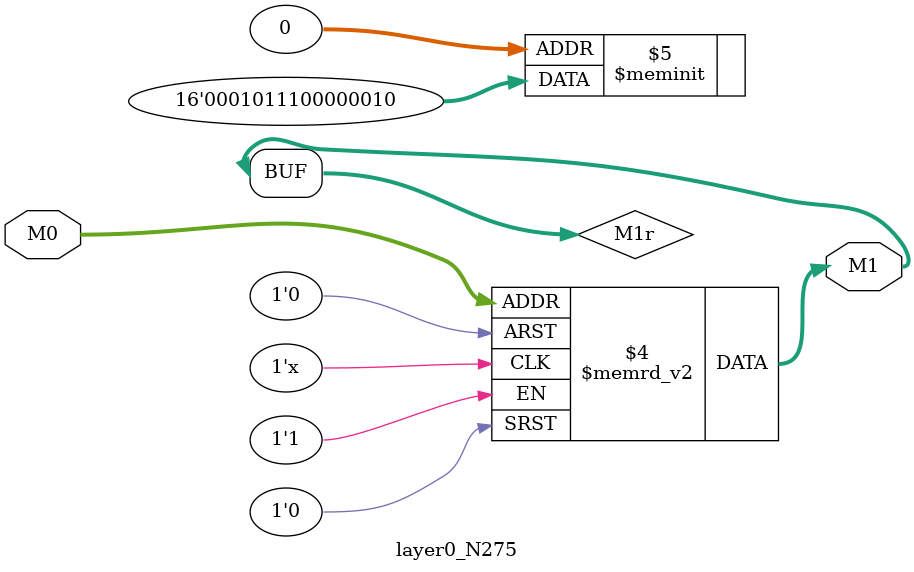
<source format=v>
module layer0_N275 ( input [2:0] M0, output [1:0] M1 );

	(*rom_style = "distributed" *) reg [1:0] M1r;
	assign M1 = M1r;
	always @ (M0) begin
		case (M0)
			3'b000: M1r = 2'b10;
			3'b100: M1r = 2'b11;
			3'b010: M1r = 2'b00;
			3'b110: M1r = 2'b01;
			3'b001: M1r = 2'b00;
			3'b101: M1r = 2'b01;
			3'b011: M1r = 2'b00;
			3'b111: M1r = 2'b00;

		endcase
	end
endmodule

</source>
